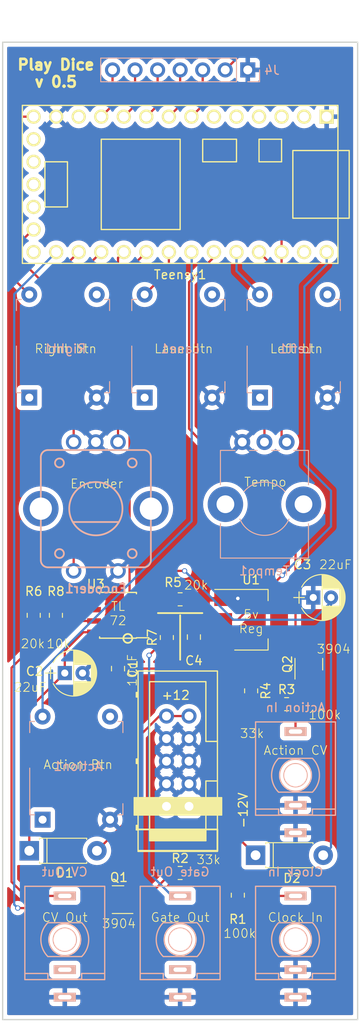
<source format=kicad_pcb>
(kicad_pcb (version 20210824) (generator pcbnew)
  (layers (0 "F.Cu" signal) (31 "B.Cu" signal) (34 "B.Paste" user) (35 "F.Paste" user) (36 "B.SilkS" user "B.Silkscreen") (37 "F.SilkS" user "F.Silkscreen") (38 "B.Mask" user) (39 "F.Mask" user) (44 "Edge.Cuts" user))
  (net 0 "")
  (net 1 "/CLOCK")
  (net 2 "GND")
  (net 3 "/ACTION")
  (net 4 "VCC")
  (net 5 "VEE")
  (net 6 "+5V")
  (net 7 "Net-(J5-Pad3)")
  (net 8 "Net-(J6-Pad3)")
  (net 9 "Net-(R5-Pad2)")
  (net 10 "Net-(R6-Pad2)")
  (net 11 "+3V3")
  (net 12 "/CV")
  (net 13 "/GATE")
  (net 14 "/OLED_D0")
  (net 15 "/OLED_D1")
  (net 16 "/OLED_CS")
  (net 17 "/OLED_RES")
  (net 18 "/OLED_DC")
  (net 19 "/ENC_3")
  (net 20 "/ENC_1")
  (net 21 "/ENC_SW")
  (net 22 "Net-(J1-Pad3)")
  (net 23 "Net-(J3-Pad3)")
  (net 24 "/SPEED")
  (net 25 "/ACTIONCV")
  (net 26 "/LANE")
  (net 27 "/RIGHT")
  (net 28 "/LEFT")
  (net 31 "+12V")
  (net 32 "-12V")
  (net 41 "Net-(Q1-Pad1)")
  (net 42 "Net-(Q2-Pad1)")
  (footprint "Package_TO_SOT_SMD:SOT-23" (layer "F.Cu") (at 116 145.5 180)
    (fp_text reference "Q1" (at -0.1 2.5 180) (layer "F.SilkS"))
    (fp_text value "MMBT3904")
    (pad "1" smd roundrect locked (at -0.9375 -0.95 180) (size 1.475 0.6) (layers "F.Cu" "F.Paste" "F.Mask") (net 41 "Net-(Q1-Pad1)"))
    (pad "2" smd roundrect locked (at -0.9375 0.95 180) (size 1.475 0.6) (layers "F.Cu" "F.Paste" "F.Mask") (net 2 "GND"))
    (pad "3" smd roundrect locked (at 0.9375 0 180) (size 1.475 0.6) (layers "F.Cu" "F.Paste" "F.Mask") (net 1 "/CLOCK"))
  )
  (footprint "Package_TO_SOT_SMD:SOT-23" (layer "F.Cu") (at 137.5 119 90)
    (fp_text reference "Q2" (at 0 -2.4 90) (layer "F.SilkS"))
    (fp_text value "MMBT3904")
    (pad "1" smd roundrect locked (at -0.9375 -0.95 90) (size 1.475 0.6) (layers "F.Cu" "F.Paste" "F.Mask") (net 42 "Net-(Q2-Pad1)"))
    (pad "2" smd roundrect locked (at -0.9375 0.95 90) (size 1.475 0.6) (layers "F.Cu" "F.Paste" "F.Mask") (net 2 "GND"))
    (pad "3" smd roundrect locked (at 0.9375 0 90) (size 1.475 0.6) (layers "F.Cu" "F.Paste" "F.Mask") (net 25 "/ACTIONCV"))
  )
  (footprint "Capacitor_SMD:C_0805_2012Metric_Pad1.18x1.45mm_HandSolder" (layer "F.Cu") (at 116 119.5 -90)
    (fp_text reference "C1" (at 0 -1.68 -90) (layer "F.SilkS"))
    (fp_text value "10uF")
    (pad "1" smd roundrect locked (at -1.0375 0 270) (size 1.175 1.45) (layers "F.Cu" "F.Paste" "F.Mask") (roundrect_rratio 0.212766) (net 4 "VCC"))
    (pad "2" smd roundrect locked (at 1.0375 0 270) (size 1.175 1.45) (layers "F.Cu" "F.Paste" "F.Mask") (roundrect_rratio 0.212766) (net 2 "GND"))
  )
  (footprint "Capacitors_THT:CP_Radial_D5.0mm_P2.00mm" (layer "F.Cu") (at 110 120)
    (fp_text reference "C2" (at -3.4 -0.2 180) (layer "F.SilkS"))
    (fp_text value "22uF")
    (pad "1" thru_hole rect locked (at 0 0) (size 1.6 1.6) (drill 0.8) (layers *.Cu *.Mask) (net 4 "VCC"))
    (pad "2" thru_hole circle locked (at 2 0) (size 1.6 1.6) (drill 0.8) (layers *.Cu *.Mask) (net 2 "GND"))
  )
  (footprint "Capacitors_THT:CP_Radial_D5.0mm_P2.00mm" (layer "F.Cu") (at 138 111.5)
    (fp_text reference "C3" (at -1.2 -3.7) (layer "F.SilkS"))
    (fp_text value "22uF")
    (pad "1" thru_hole rect locked (at 0 0) (size 1.6 1.6) (drill 0.8) (layers *.Cu *.Mask) (net 2 "GND"))
    (pad "2" thru_hole circle locked (at 2 0) (size 1.6 1.6) (drill 0.8) (layers *.Cu *.Mask) (net 5 "VEE"))
  )
  (footprint "Capacitor_SMD:C_0805_2012Metric_Pad1.18x1.45mm_HandSolder" (layer "F.Cu") (at 124.55 115.95 90)
    (fp_text reference "C4" (at -2.65 0 180) (layer "F.SilkS"))
    (fp_text value "10uF")
    (pad "1" smd roundrect locked (at -1.0375 0 90) (size 1.175 1.45) (layers "F.Cu" "F.Paste" "F.Mask") (roundrect_rratio 0.212766) (net 6 "+5V"))
    (pad "2" smd roundrect locked (at 1.0375 0 90) (size 1.175 1.45) (layers "F.Cu" "F.Paste" "F.Mask") (roundrect_rratio 0.212766) (net 2 "GND"))
  )
  (footprint "Diodes_THT:D_DO-41_SOD81_P7.62mm_Horizontal" (layer "F.Cu") (at 106 140)
    (fp_text reference "D1" (at 4 2.5) (layer "F.SilkS"))
    (fp_text value "1N5817")
    (pad "1" thru_hole rect locked (at 0 0) (size 2.2 2.2) (drill 1.1) (layers *.Cu *.Mask) (net 4 "VCC"))
    (pad "2" thru_hole oval locked (at 7.62 0) (size 2.2 2.2) (drill 1.1) (layers *.Cu *.Mask) (net 31 "+12V"))
  )
  (footprint "Diodes_THT:D_DO-41_SOD81_P7.62mm_Horizontal" (layer "F.Cu") (at 131.5 140.5)
    (fp_text reference "D2" (at 4.1 2.6) (layer "F.SilkS"))
    (fp_text value "1N5817")
    (pad "1" thru_hole rect locked (at 0 0) (size 2.2 2.2) (drill 1.1) (layers *.Cu *.Mask) (net 32 "-12V"))
    (pad "2" thru_hole oval locked (at 7.62 0) (size 2.2 2.2) (drill 1.1) (layers *.Cu *.Mask) (net 5 "VEE"))
  )
  (footprint "Custom_Footprints:Eurorack_10_pin_header" (layer "F.Cu") (at 124 135 90)
    (fp_text reference "J2" hide)
    (fp_text value "Eurorack_10_pin_power")
    (fp_text user "-12V" (at -0.45 6.1 270) (layer "F.SilkS"))
    (pad "1" thru_hole rect (at 0 0 90) (size 1.7 1.7) (drill 1) (layers *.Cu *.Mask) (net 32 "-12V"))
    (pad "2" thru_hole circle (at 0 -2.54 90) (size 1.7 1.7) (drill 1) (layers *.Cu *.Mask) (net 32 "-12V"))
    (pad "3" thru_hole circle (at 2.54 0 90) (size 1.7 1.7) (drill 1) (layers *.Cu *.Mask) (net 2 "GND"))
    (pad "4" thru_hole circle (at 2.54 -2.54 90) (size 1.7 1.7) (drill 1) (layers *.Cu *.Mask) (net 2 "GND"))
    (pad "5" thru_hole circle (at 5.08 0 90) (size 1.7 1.7) (drill 1) (layers *.Cu *.Mask) (net 2 "GND"))
    (pad "6" thru_hole circle (at 5.08 -2.54 90) (size 1.7 1.7) (drill 1) (layers *.Cu *.Mask) (net 2 "GND"))
    (pad "7" thru_hole circle (at 7.62 0 90) (size 1.7 1.7) (drill 1) (layers *.Cu *.Mask) (net 2 "GND"))
    (pad "8" thru_hole circle (at 7.62 -2.54 90) (size 1.7 1.7) (drill 1) (layers *.Cu *.Mask) (net 2 "GND"))
    (pad "9" thru_hole circle (at 10.16 0 90) (size 1.7 1.7) (drill 1) (layers *.Cu *.Mask) (net 31 "+12V"))
    (pad "10" thru_hole circle (at 10.16 -2.54 90) (size 1.7 1.7) (drill 1) (layers *.Cu *.Mask) (net 31 "+12V"))
  )
  (footprint "Resistor_SMD:R_0805_2012Metric_Pad1.20x1.40mm_HandSolder" (layer "F.Cu") (at 123 142.5)
    (fp_text reference "R2" (at 0 -1.65) (layer "F.SilkS"))
    (fp_text value "33k")
    (pad "1" smd roundrect locked (at -1 0) (size 1.2 1.4) (layers "F.Cu" "F.Paste" "F.Mask") (roundrect_rratio 0.208333) (net 41 "Net-(Q1-Pad1)"))
    (pad "2" smd roundrect locked (at 1 0) (size 1.2 1.4) (layers "F.Cu" "F.Paste" "F.Mask") (roundrect_rratio 0.208333) (net 2 "GND"))
  )
  (footprint "Resistor_SMD:R_0805_2012Metric_Pad1.20x1.40mm_HandSolder" (layer "F.Cu") (at 135 123.5)
    (fp_text reference "R3" (at 0 -1.65) (layer "F.SilkS"))
    (fp_text value "100k")
    (pad "1" smd roundrect locked (at -1 0) (size 1.2 1.4) (layers "F.Cu" "F.Paste" "F.Mask") (roundrect_rratio 0.208333) (net 42 "Net-(Q2-Pad1)"))
    (pad "2" smd roundrect locked (at 1 0) (size 1.2 1.4) (layers "F.Cu" "F.Paste" "F.Mask") (roundrect_rratio 0.208333) (net 23 "Net-(J3-Pad3)"))
  )
  (footprint "Resistor_SMD:R_0805_2012Metric_Pad1.20x1.40mm_HandSolder" (layer "F.Cu") (at 131 122 -90)
    (fp_text reference "R4" (at 0 -1.65 -90) (layer "F.SilkS"))
    (fp_text value "33k")
    (pad "1" smd roundrect locked (at -1 0 270) (size 1.2 1.4) (layers "F.Cu" "F.Paste" "F.Mask") (roundrect_rratio 0.208333) (net 42 "Net-(Q2-Pad1)"))
    (pad "2" smd roundrect locked (at 1 0 270) (size 1.2 1.4) (layers "F.Cu" "F.Paste" "F.Mask") (roundrect_rratio 0.208333) (net 2 "GND"))
  )
  (footprint "Resistor_SMD:R_0805_2012Metric_Pad1.20x1.40mm_HandSolder" (layer "F.Cu") (at 123 111.7 180)
    (fp_text reference "R5" (at 0.8 1.9 180) (layer "F.SilkS"))
    (fp_text value "20k")
    (pad "1" smd roundrect locked (at -1 0 180) (size 1.2 1.4) (layers "F.Cu" "F.Paste" "F.Mask") (roundrect_rratio 0.208333) (net 2 "GND"))
    (pad "2" smd roundrect locked (at 1 0 180) (size 1.2 1.4) (layers "F.Cu" "F.Paste" "F.Mask") (roundrect_rratio 0.208333) (net 9 "Net-(R5-Pad2)"))
  )
  (footprint "Resistor_SMD:R_0805_2012Metric_Pad1.20x1.40mm_HandSolder" (layer "F.Cu") (at 106.5 113.5 90)
    (fp_text reference "R6" (at 2.7 0 180) (layer "F.SilkS"))
    (fp_text value "20k")
    (pad "1" smd roundrect locked (at -1 0 90) (size 1.2 1.4) (layers "F.Cu" "F.Paste" "F.Mask") (roundrect_rratio 0.208333) (net 2 "GND"))
    (pad "2" smd roundrect locked (at 1 0 90) (size 1.2 1.4) (layers "F.Cu" "F.Paste" "F.Mask") (roundrect_rratio 0.208333) (net 10 "Net-(R6-Pad2)"))
  )
  (footprint "Resistor_SMD:R_0805_2012Metric_Pad1.20x1.40mm_HandSolder" (layer "F.Cu") (at 121.5 116 90)
    (fp_text reference "R7" (at 0 -1.65 90) (layer "F.SilkS"))
    (fp_text value "10k")
    (pad "1" smd roundrect locked (at -1 0 90) (size 1.2 1.4) (layers "F.Cu" "F.Paste" "F.Mask") (roundrect_rratio 0.208333) (net 7 "Net-(J5-Pad3)"))
    (pad "2" smd roundrect locked (at 1 0 90) (size 1.2 1.4) (layers "F.Cu" "F.Paste" "F.Mask") (roundrect_rratio 0.208333) (net 9 "Net-(R5-Pad2)"))
  )
  (footprint "Resistor_SMD:R_0805_2012Metric_Pad1.20x1.40mm_HandSolder" (layer "F.Cu") (at 109 113.5 90)
    (fp_text reference "R8" (at 2.7 0 180) (layer "F.SilkS"))
    (fp_text value "10k")
    (pad "1" smd roundrect locked (at -1 0 90) (size 1.2 1.4) (layers "F.Cu" "F.Paste" "F.Mask") (roundrect_rratio 0.208333) (net 8 "Net-(J6-Pad3)"))
    (pad "2" smd roundrect locked (at 1 0 90) (size 1.2 1.4) (layers "F.Cu" "F.Paste" "F.Mask") (roundrect_rratio 0.208333) (net 10 "Net-(R6-Pad2)"))
  )
  (footprint "TO_SOT_Packages_SMD:SOT-223" (layer "F.Cu") (at 131 114)
    (fp_text reference "U1" (at 0 -4.5) (layer "F.SilkS"))
    (fp_text value "LM1117-5.0")
    (pad "1" smd rect locked (at -3.15 -2.3) (size 2 1.5) (layers "F.Cu" "F.Paste" "F.Mask") (net 2 "GND"))
    (pad "2" smd rect locked (at -3.15 0) (size 2 1.5) (layers "F.Cu" "F.Paste" "F.Mask") (net 6 "+5V"))
    (pad "3" smd rect locked (at -3.15 2.3) (size 2 1.5) (layers "F.Cu" "F.Paste" "F.Mask") (net 4 "VCC"))
    (pad "4" smd rect locked (at 3.15 0) (size 2 3.8) (layers "F.Cu" "F.Paste" "F.Mask"))
  )
  (footprint "PlayDice:Teensy30_31_32_LC" (layer "F.Cu") (at 123 65 180)
    (fp_text reference "Teensy1" (at 0 -10.16 180) (layer "F.SilkS"))
    (fp_text value "Teensy3.2")
    (pad "1" thru_hole rect locked (at -16.51 7.62 180) (size 1.6 1.6) (drill 1.1) (layers *.Cu *.Mask "F.SilkS") (net 2 "GND"))
    (pad "2" thru_hole circle locked (at -13.97 7.62 180) (size 1.6 1.6) (drill 1.1) (layers *.Cu *.Mask "F.SilkS"))
    (pad "3" thru_hole circle locked (at -11.43 7.62 180) (size 1.6 1.6) (drill 1.1) (layers *.Cu *.Mask "F.SilkS"))
    (pad "4" thru_hole circle locked (at -8.89 7.62 180) (size 1.6 1.6) (drill 1.1) (layers *.Cu *.Mask "F.SilkS"))
    (pad "5" thru_hole circle locked (at -6.35 7.62 180) (size 1.6 1.6) (drill 1.1) (layers *.Cu *.Mask "F.SilkS"))
    (pad "6" thru_hole circle locked (at -3.81 7.62 180) (size 1.6 1.6) (drill 1.1) (layers *.Cu *.Mask "F.SilkS"))
    (pad "7" thru_hole circle locked (at -1.27 7.62 180) (size 1.6 1.6) (drill 1.1) (layers *.Cu *.Mask "F.SilkS") (net 14 "/OLED_D0"))
    (pad "8" thru_hole circle locked (at 1.27 7.62 180) (size 1.6 1.6) (drill 1.1) (layers *.Cu *.Mask "F.SilkS") (net 15 "/OLED_D1"))
    (pad "9" thru_hole circle locked (at 3.81 7.62 180) (size 1.6 1.6) (drill 1.1) (layers *.Cu *.Mask "F.SilkS") (net 17 "/OLED_RES"))
    (pad "10" thru_hole circle locked (at 6.35 7.62 180) (size 1.6 1.6) (drill 1.1) (layers *.Cu *.Mask "F.SilkS") (net 18 "/OLED_DC"))
    (pad "11" thru_hole circle locked (at 8.89 7.62 180) (size 1.6 1.6) (drill 1.1) (layers *.Cu *.Mask "F.SilkS") (net 16 "/OLED_CS"))
    (pad "12" thru_hole circle locked (at 11.43 7.62 180) (size 1.6 1.6) (drill 1.1) (layers *.Cu *.Mask "F.SilkS"))
    (pad "13" thru_hole circle locked (at 13.97 7.62 180) (size 1.6 1.6) (drill 1.1) (layers *.Cu *.Mask "F.SilkS") (net 2 "GND"))
    (pad "14" thru_hole circle locked (at 16.51 7.62 180) (size 1.6 1.6) (drill 1.1) (layers *.Cu *.Mask "F.SilkS") (net 27 "/RIGHT"))
    (pad "15" thru_hole circle locked (at 16.51 5.08 180) (size 1.6 1.6) (drill 1.1) (layers *.Cu *.Mask "F.SilkS"))
    (pad "16" thru_hole circle locked (at 16.51 2.54 180) (size 1.6 1.6) (drill 1.1) (layers *.Cu *.Mask "F.SilkS"))
    (pad "17" thru_hole circle locked (at 16.51 0 180) (size 1.6 1.6) (drill 1.1) (layers *.Cu *.Mask "F.SilkS"))
    (pad "18" thru_hole circle locked (at 16.51 -2.54 180) (size 1.6 1.6) (drill 1.1) (layers *.Cu *.Mask "F.SilkS"))
    (pad "19" thru_hole circle locked (at 16.51 -5.08 180) (size 1.6 1.6) (drill 1.1) (layers *.Cu *.Mask "F.SilkS") (net 12 "/CV"))
    (pad "20" thru_hole circle locked (at 16.51 -7.62 180) (size 1.6 1.6) (drill 1.1) (layers *.Cu *.Mask "F.SilkS"))
    (pad "21" thru_hole circle locked (at 13.97 -7.62 180) (size 1.6 1.6) (drill 1.1) (layers *.Cu *.Mask "F.SilkS") (net 1 "/CLOCK"))
    (pad "22" thru_hole circle locked (at 11.43 -7.62 180) (size 1.6 1.6) (drill 1.1) (layers *.Cu *.Mask "F.SilkS") (net 21 "/ENC_SW"))
    (pad "23" thru_hole circle locked (at 8.89 -7.62 180) (size 1.6 1.6) (drill 1.1) (layers *.Cu *.Mask "F.SilkS") (net 20 "/ENC_1"))
    (pad "24" thru_hole circle locked (at 6.35 -7.62 180) (size 1.6 1.6) (drill 1.1) (layers *.Cu *.Mask "F.SilkS") (net 19 "/ENC_3"))
    (pad "25" thru_hole circle locked (at 3.81 -7.62 180) (size 1.6 1.6) (drill 1.1) (layers *.Cu *.Mask "F.SilkS") (net 13 "/GATE"))
    (pad "26" thru_hole circle locked (at 1.27 -7.62 180) (size 1.6 1.6) (drill 1.1) (layers *.Cu *.Mask "F.SilkS") (net 26 "/LANE"))
    (pad "27" thru_hole circle locked (at -1.27 -7.62 180) (size 1.6 1.6) (drill 1.1) (layers *.Cu *.Mask "F.SilkS") (net 3 "/ACTION"))
    (pad "28" thru_hole circle locked (at -3.81 -7.62 180) (size 1.6 1.6) (drill 1.1) (layers *.Cu *.Mask "F.SilkS") (net 25 "/ACTIONCV"))
    (pad "29" thru_hole circle locked (at -6.35 -7.62 180) (size 1.6 1.6) (drill 1.1) (layers *.Cu *.Mask "F.SilkS") (net 28 "/LEFT"))
    (pad "30" thru_hole circle locked (at -8.89 -7.62 180) (size 1.6 1.6) (drill 1.1) (layers *.Cu *.Mask "F.SilkS") (net 24 "/SPEED"))
    (pad "31" thru_hole circle locked (at -11.43 -7.62 180) (size 1.6 1.6) (drill 1.1) (layers *.Cu *.Mask "F.SilkS") (net 11 "+3V3"))
    (pad "32" thru_hole circle locked (at -13.97 -7.62 180) (size 1.6 1.6) (drill 1.1) (layers *.Cu *.Mask "F.SilkS"))
    (pad "33" thru_hole circle locked (at -16.51 -7.62 180) (size 1.6 1.6) (drill 1.1) (layers *.Cu *.Mask "F.SilkS") (net 6 "+5V"))
  )
  (footprint "Housings_SOIC:SOIC-8_3.9x4.9mm_Pitch1.27mm" (layer "F.Cu") (at 116 113.5 180)
    (fp_text reference "U3" (at 2.5 3.5 180) (layer "F.SilkS"))
    (fp_text value "TL072")
    (pad "1" smd rect locked (at -2.7 -1.905 180) (size 1.55 0.6) (layers "F.Cu" "F.Paste" "F.Mask") (net 7 "Net-(J5-Pad3)"))
    (pad "2" smd rect locked (at -2.7 -0.635 180) (size 1.55 0.6) (layers "F.Cu" "F.Paste" "F.Mask") (net 9 "Net-(R5-Pad2)"))
    (pad "3" smd rect locked (at -2.7 0.635 180) (size 1.55 0.6) (layers "F.Cu" "F.Paste" "F.Mask") (net 13 "/GATE"))
    (pad "4" smd rect locked (at -2.7 1.905 180) (size 1.55 0.6) (layers "F.Cu" "F.Paste" "F.Mask") (net 5 "VEE"))
    (pad "5" smd rect locked (at 2.7 1.905 180) (size 1.55 0.6) (layers "F.Cu" "F.Paste" "F.Mask") (net 12 "/CV"))
    (pad "6" smd rect locked (at 2.7 0.635 180) (size 1.55 0.6) (layers "F.Cu" "F.Paste" "F.Mask") (net 10 "Net-(R6-Pad2)"))
    (pad "7" smd rect locked (at 2.7 -0.635 180) (size 1.55 0.6) (layers "F.Cu" "F.Paste" "F.Mask") (net 8 "Net-(J6-Pad3)"))
    (pad "8" smd rect locked (at 2.7 -1.905 180) (size 1.55 0.6) (layers "F.Cu" "F.Paste" "F.Mask") (net 4 "VCC"))
  )
  (footprint "Resistor_SMD:R_0805_2012Metric_Pad1.20x1.40mm_HandSolder" (layer "F.Cu") (at 129.5 145 90)
    (fp_text reference "R1" (at -2.7 0 180) (layer "F.SilkS"))
    (fp_text value "100k")
    (pad "1" smd roundrect locked (at -1 0 90) (size 1.2 1.4) (layers "F.Cu" "F.Paste" "F.Mask") (roundrect_rratio 0.208333) (net 41 "Net-(Q1-Pad1)"))
    (pad "2" smd roundrect locked (at 1 0 90) (size 1.2 1.4) (layers "F.Cu" "F.Paste" "F.Mask") (roundrect_rratio 0.208333) (net 22 "Net-(J1-Pad3)"))
  )
  (footprint "Custom_Footprints:THONKICONN_hole" (layer "B.Cu") (at 136 150 180)
    (fp_text reference "J1" hide)
    (fp_text value "Clock In" (at 0 7.62) (layer "B.SilkS") (effects (justify mirror)))
    (pad "" np_thru_hole circle (at 0 0 180) (size 2.5 2.5) (drill 2.5) (layers *.Cu *.Mask))
    (pad "1" thru_hole rect (at 0 -6.48 180) (size 2.5 1) (drill oval 1.5 0.5) (layers *.Cu *.Mask "B.SilkS") (net 2 "GND"))
    (pad "2" thru_hole rect (at 0 -3.38 180) (size 2.5 1) (drill oval 1.5 0.5) (layers *.Cu *.Mask "B.SilkS") (net 2 "GND"))
    (pad "3" thru_hole rect (at 0 4.92 180) (size 2.5 1) (drill oval 1.5 0.5) (layers *.Cu *.Mask "B.SilkS") (net 22 "Net-(J1-Pad3)"))
  )
  (footprint "Custom_Footprints:THONKICONN_hole" (layer "B.Cu") (at 136 131.5 180)
    (fp_text reference "J3" hide)
    (fp_text value "Action In" (at 0 7.62) (layer "B.SilkS") (effects (justify mirror)))
    (pad "" np_thru_hole circle (at 0 0 180) (size 2.5 2.5) (drill 2.5) (layers *.Cu *.Mask))
    (pad "1" thru_hole rect (at 0 -6.48 180) (size 2.5 1) (drill oval 1.5 0.5) (layers *.Cu *.Mask "B.SilkS") (net 2 "GND"))
    (pad "2" thru_hole rect (at 0 -3.38 180) (size 2.5 1) (drill oval 1.5 0.5) (layers *.Cu *.Mask "B.SilkS") (net 2 "GND"))
    (pad "3" thru_hole rect (at 0 4.92 180) (size 2.5 1) (drill oval 1.5 0.5) (layers *.Cu *.Mask "B.SilkS") (net 23 "Net-(J3-Pad3)"))
  )
  (footprint "PlayDice:OLED_7_Pin_Connector" (layer "B.Cu") (at 123 44.5 180)
    (fp_text reference "J4" (at -10.35 -7.65 180) (layer "B.SilkS") (effects (justify mirror)))
    (fp_text value "OLED")
    (pad "1" thru_hole rect locked (at -7.62 -7.62 90) (size 1.7 1.7) (drill 1) (layers *.Cu *.Mask) (net 2 "GND"))
    (pad "2" thru_hole oval locked (at -5.08 -7.62 90) (size 1.7 1.7) (drill 1) (layers *.Cu *.Mask) (net 11 "+3V3"))
    (pad "3" thru_hole oval locked (at -2.54 -7.62 90) (size 1.7 1.7) (drill 1) (layers *.Cu *.Mask) (net 14 "/OLED_D0"))
    (pad "4" thru_hole oval locked (at 0 -7.62 90) (size 1.7 1.7) (drill 1) (layers *.Cu *.Mask) (net 15 "/OLED_D1"))
    (pad "5" thru_hole oval locked (at 2.54 -7.62 90) (size 1.7 1.7) (drill 1) (layers *.Cu *.Mask) (net 17 "/OLED_RES"))
    (pad "6" thru_hole oval locked (at 5.08 -7.62 90) (size 1.7 1.7) (drill 1) (layers *.Cu *.Mask) (net 18 "/OLED_DC"))
    (pad "7" thru_hole oval locked (at 7.62 -7.62 90) (size 1.7 1.7) (drill 1) (layers *.Cu *.Mask) (net 16 "/OLED_CS"))
  )
  (footprint "Custom_Footprints:THONKICONN_hole" (layer "B.Cu") (at 123 150 180)
    (fp_text reference "J5" hide)
    (fp_text value "Gate Out" (at 0 7.62) (layer "B.SilkS") (effects (justify mirror)))
    (pad "" np_thru_hole circle (at 0 0 180) (size 2.5 2.5) (drill 2.5) (layers *.Cu *.Mask))
    (pad "1" thru_hole rect (at 0 -6.48 180) (size 2.5 1) (drill oval 1.5 0.5) (layers *.Cu *.Mask "B.SilkS") (net 2 "GND"))
    (pad "2" thru_hole rect (at 0 -3.38 180) (size 2.5 1) (drill oval 1.5 0.5) (layers *.Cu *.Mask "B.SilkS"))
    (pad "3" thru_hole rect (at 0 4.92 180) (size 2.5 1) (drill oval 1.5 0.5) (layers *.Cu *.Mask "B.SilkS") (net 7 "Net-(J5-Pad3)"))
  )
  (footprint "Custom_Footprints:THONKICONN_hole" (layer "B.Cu") (at 110 150 180)
    (fp_text reference "J6" hide)
    (fp_text value "CV Out" (at 0 7.62) (layer "B.SilkS") (effects (justify mirror)))
    (pad "" np_thru_hole circle (at 0 0 180) (size 2.5 2.5) (drill 2.5) (layers *.Cu *.Mask))
    (pad "1" thru_hole rect (at 0 -6.48 180) (size 2.5 1) (drill oval 1.5 0.5) (layers *.Cu *.Mask "B.SilkS") (net 2 "GND"))
    (pad "2" thru_hole rect (at 0 -3.38 180) (size 2.5 1) (drill oval 1.5 0.5) (layers *.Cu *.Mask "B.SilkS"))
    (pad "3" thru_hole rect (at 0 4.92 180) (size 2.5 1) (drill oval 1.5 0.5) (layers *.Cu *.Mask "B.SilkS") (net 8 "Net-(J6-Pad3)"))
  )
  (footprint "Potentiometers:Potentiometer_Alps_RK09K_Horizontal" (layer "B.Cu") (at 135 94 -90)
    (fp_text reference "Tempo1" (at 14.5 2.5) (layer "B.SilkS") (effects (justify mirror)))
    (fp_text value "B10K")
    (pad "" np_thru_hole circle locked (at 7 6.9 270) (size 4 4) (drill 2) (layers *.Cu *.Mask))
    (pad "" np_thru_hole circle locked (at 7 -1.9 270) (size 4 4) (drill 2) (layers *.Cu *.Mask))
    (pad "1" thru_hole circle locked (at 0 0 270) (size 1.8 1.8) (drill 1) (layers *.Cu *.Mask) (net 11 "+3V3"))
    (pad "2" thru_hole circle locked (at 0 2.5 270) (size 1.8 1.8) (drill 1) (layers *.Cu *.Mask) (net 24 "/SPEED"))
    (pad "3" thru_hole circle locked (at 0 5 270) (size 1.8 1.8) (drill 1) (layers *.Cu *.Mask) (net 2 "GND"))
  )
  (footprint "Buttons_Switches_THT:SW_MEC_5GTH9" (layer "B.Cu") (at 107.5 136.5)
    (fp_text reference "Action1" (at 4 -6) (layer "B.SilkS") (effects (justify mirror)))
    (fp_text value "Action Button")
    (pad "1" thru_hole rect locked (at 0 0 270) (size 1.8 1.8) (drill 0.9) (layers *.Cu *.Mask))
    (pad "2" thru_hole circle locked (at 0 -11.6 270) (size 1.8 1.8) (drill 0.9) (layers *.Cu *.Mask) (net 3 "/ACTION"))
    (pad "3" thru_hole circle locked (at 7.6 0 270) (size 1.8 1.8) (drill 0.9) (layers *.Cu *.Mask) (net 2 "GND"))
    (pad "4" thru_hole circle locked (at 7.6 -11.6 270) (size 1.8 1.8) (drill 0.9) (layers *.Cu *.Mask))
  )
  (footprint "Buttons_Switches_THT:SW_MEC_5GTH9" (layer "B.Cu") (at 119 89)
    (fp_text reference "Lane1" (at 4 -5.5) (layer "B.SilkS") (effects (justify mirror)))
    (fp_text value "Lane Button")
    (pad "1" thru_hole rect locked (at 0 0 270) (size 1.8 1.8) (drill 0.9) (layers *.Cu *.Mask))
    (pad "2" thru_hole circle locked (at 0 -11.6 270) (size 1.8 1.8) (drill 0.9) (layers *.Cu *.Mask) (net 26 "/LANE"))
    (pad "3" thru_hole circle locked (at 7.6 0 270) (size 1.8 1.8) (drill 0.9) (layers *.Cu *.Mask) (net 2 "GND"))
    (pad "4" thru_hole circle locked (at 7.6 -11.6 270) (size 1.8 1.8) (drill 0.9) (layers *.Cu *.Mask))
  )
  (footprint "Buttons_Switches_THT:SW_MEC_5GTH9" (layer "B.Cu") (at 106 89)
    (fp_text reference "Right1" (at 4 -5.5) (layer "B.SilkS") (effects (justify mirror)))
    (fp_text value "Right Button")
    (pad "1" thru_hole rect locked (at 0 0 270) (size 1.8 1.8) (drill 0.9) (layers *.Cu *.Mask))
    (pad "2" thru_hole circle locked (at 0 -11.6 270) (size 1.8 1.8) (drill 0.9) (layers *.Cu *.Mask) (net 27 "/RIGHT"))
    (pad "3" thru_hole circle locked (at 7.6 0 270) (size 1.8 1.8) (drill 0.9) (layers *.Cu *.Mask) (net 2 "GND"))
    (pad "4" thru_hole circle locked (at 7.6 -11.6 270) (size 1.8 1.8) (drill 0.9) (layers *.Cu *.Mask))
  )
  (footprint "Buttons_Switches_THT:SW_MEC_5GTH9" (layer "B.Cu") (at 132 89)
    (fp_text reference "Left1" (at 4 -5.5) (layer "B.SilkS") (effects (justify mirror)))
    (fp_text value "Left Button")
    (pad "1" thru_hole rect locked (at 0 0 270) (size 1.8 1.8) (drill 0.9) (layers *.Cu *.Mask))
    (pad "2" thru_hole circle locked (at 0 -11.6 270) (size 1.8 1.8) (drill 0.9) (layers *.Cu *.Mask) (net 28 "/LEFT"))
    (pad "3" thru_hole circle locked (at 7.6 0 270) (size 1.8 1.8) (drill 0.9) (layers *.Cu *.Mask) (net 2 "GND"))
    (pad "4" thru_hole circle locked (at 7.6 -11.6 270) (size 1.8 1.8) (drill 0.9) (layers *.Cu *.Mask))
  )
  (footprint "PlayDice:Rotary_Encoder_Switch" (layer "B.Cu") (at 113.5 101.5)
    (fp_text reference "Encoder1" (at 0 9) (layer "B.SilkS") (effects (font (thickness 0.2)) (justify mirror)))
    (fp_text value "Rotary_Encoder_Switch" hide)
    (pad "1" thru_hole circle locked (at -2.5 -7.5) (size 1.75 1.75) (drill 1.1) (layers *.Cu *.Mask) (net 20 "/ENC_1"))
    (pad "2" thru_hole circle locked (at 0 -7.5) (size 1.75 1.75) (drill 1.1) (layers *.Cu *.Mask) (net 2 "GND"))
    (pad "3" thru_hole circle locked (at 2.5 -7.5) (size 1.75 1.75) (drill 1.1) (layers *.Cu *.Mask) (net 19 "/ENC_3"))
    (pad "4" thru_hole circle locked (at -2.5 7) (size 1.75 1.75) (drill 1.1) (layers *.Cu *.Mask) (net 21 "/ENC_SW"))
    (pad "5" thru_hole circle locked (at 2.5 7) (size 1.75 1.75) (drill 1.1) (layers *.Cu *.Mask) (net 2 "GND"))
    (pad "body" thru_hole oval locked (at 6.2 0) (size 4 4) (drill 2.5) (layers *.Cu *.Mask))
    (pad "body" thru_hole oval locked (at -6.2 0) (size 4 4) (drill 2.5) (layers *.Cu *.Mask))
  )
  (gr_line (start 127.2 137.6) (end 127.2 140) (angle 90) (layer "F.SilkS") (width 0.2))
  (gr_line (start 127.2 140) (end 118.3 140) (angle 90) (layer "F.SilkS") (width 0.2))
  (gr_line (start 123 113.5) (end 123 118) (angle 90) (layer "F.SilkS") (width 0.2))
  (gr_line (start 118.3 137.6) (end 127.2 137.6) (angle 90) (layer "F.SilkS") (width 0.2))
  (gr_circle (center 117.1 116.1) (end 117.6 116.1) (layer "F.SilkS") (width 0.2) (fill none))
  (gr_line (start 120.5 113.25) (end 125.5 113.25) (angle 90) (layer "F.SilkS") (width 0.2))
  (gr_line (start 123 118.5) (end 123 117.5) (angle 90) (layer "F.SilkS") (width 0.2))
  (gr_line (start 143 49) (end 143 159) (angle 90) (layer "Edge.Cuts") (width 0.15))
  (gr_line (start 103 159) (end 103 49) (angle 90) (layer "Edge.Cuts") (width 0.15))
  (gr_line (start 143 159) (end 103 159) (angle 90) (layer "Edge.Cuts") (width 0.15))
  (gr_line (start 103 49) (end 143 49) (angle 90) (layer "Edge.Cuts") (width 0.15))
  (gr_text "Right btn" (at 110.1 83.5) (layer "F.SilkS") (effects (font (size 1 1) (thickness 0.1))))
  (gr_text "CV Out" (at 110 147.5) (layer "F.SilkS") (effects (font (size 1 1) (thickness 0.1))))
  (gr_text "Lane btn" (at 123.4 83.5) (layer "F.SilkS") (effects (font (size 1 1) (thickness 0.1))))
  (gr_text "Gate Out" (at 123 147.5) (layer "F.SilkS") (effects (font (size 1 1) (thickness 0.1))))
  (gr_text "20k" (at 124.8 110.1) (layer "F.SilkS") (effects (font (size 1 1) (thickness 0.1))))
  (gr_text "22uF" (at 140.5 107.8) (layer "F.SilkS") (effects (font (size 1 1) (thickness 0.1))))
  (gr_text "Left btn" (at 136.1 83.5) (layer "F.SilkS") (effects (font (size 1 1) (thickness 0.1))))
  (gr_text "Tempo" (at 132.6 98.5) (layer "F.SilkS") (effects (font (size 1 1) (thickness 0.1))))
  (gr_text "100k" (at 139.3 124.7) (layer "F.SilkS") (effects (font (size 1 1) (thickness 0.1))))
  (gr_text "10k" (at 109.3 116.7) (layer "F.SilkS") (effects (font (size 1 1) (thickness 0.1))))
  (gr_text "20k" (at 106.4 116.7) (layer "F.SilkS") (effects (font (size 1 1) (thickness 0.1))))
  (gr_text "Action CV" (at 136 128.7) (layer "F.SilkS") (effects (font (size 1 1) (thickness 0.1))))
  (gr_text "10uF" (at 117.6 119.7 90) (layer "F.SilkS") (effects (font (size 1 1) (thickness 0.1))))
  (gr_text "Action Btn" (at 111.5 130.3) (layer "F.SilkS") (effects (font (size 1 1) (thickness 0.1))))
  (gr_text "Encoder" (at 113.6 98.7) (layer "F.SilkS") (effects (font (size 1 1) (thickness 0.1))))
  (gr_text "5v\nReg" (at 131 114.2) (layer "F.SilkS") (effects (font (size 1 1) (thickness 0.1))))
  (gr_text "33k" (at 131.1 126.8) (layer "F.SilkS") (effects (font (size 1 1) (thickness 0.1))))
  (gr_text "100k" (at 129.7 149.3) (layer "F.SilkS") (effects (font (size 1 1) (thickness 0.1))))
  (gr_text "Clock In" (at 136 147.5) (layer "F.SilkS") (effects (font (size 1 1) (thickness 0.1))))
  (gr_text "3904" (at 116.1 148.2) (layer "F.SilkS") (effects (font (size 1 1) (thickness 0.1))))
  (gr_text "Play Dice\nv 0.5" (at 109 52.5) (layer "F.SilkS") (effects (font (size 1.2 1.2) (thickness 0.3))))
  (gr_text "3904" (at 140.3 117.3) (layer "F.SilkS") (effects (font (size 1 1) (thickness 0.1))))
  (gr_text "33k" (at 126.2 141) (layer "F.SilkS") (effects (font (size 1 1) (thickness 0.1))))
  (gr_text "TL\n72" (at 116 113.3) (layer "F.SilkS") (effects (font (size 1 1) (thickness 0.1))))
  (gr_text "22uF" (at 106.1 121.6) (layer "F.SilkS") (effects (font (size 1 1) (thickness 0.1))))
  (gr_text "+12" (at 122.5 122.5) (layer "F.SilkS") (effects (font (size 1 1))))
  (segment (start 113.55 146.45) (end 114.5 145.5) (width 0.25) (layer "F.Cu") (net 1))
  (segment (start 104.7 146.45) (end 113.55 146.45) (width 0.25) (layer "F.Cu") (net 1))
  (via (at 104.7 146.45) (size 0.6) (drill 0.4) (layers "F.Cu" "B.Cu") (net 1))
  (segment (start 104.3 77.35) (end 104.3 146.05) (width 0.25) (layer "B.Cu") (net 1))
  (segment (start 104.3 146.05) (end 104.7 146.45) (width 0.25) (layer "B.Cu") (net 1))
  (segment (start 109.03 72.62) (end 104.3 77.35) (width 0.25) (layer "B.Cu") (net 1))
  (segment (start 129.5 111.6) (end 127.9 111.6) (width 0.25) (layer "F.Cu") (net 2))
  (via (at 129.5 111.6) (size 0.6) (drill 0.4) (layers "F.Cu" "B.Cu") (net 2))
  (segment (start 129.6 111.5) (end 138 111.5) (width 0.25) (layer "B.Cu") (net 2))
  (segment (start 129.5 111.6) (end 129.6 111.5) (width 0.25) (layer "B.Cu") (net 2))
  (segment (start 124.3 102.9) (end 124.3 72.65) (width 0.25) (layer "B.Cu") (net 3))
  (segment (start 107.5 119.7) (end 124.3 102.9) (width 0.25) (layer "B.Cu") (net 3))
  (segment (start 124.3 72.65) (end 124.27 72.62) (width 0.25) (layer "B.Cu") (net 3))
  (segment (start 107.5 124.9) (end 107.5 119.7) (width 0.25) (layer "B.Cu") (net 3))
  (segment (start 113.3 115.55) (end 115.75 118) (width 0.25) (layer "F.Cu") (net 4))
  (segment (start 112.095 115.405) (end 110 117.5) (width 0.25) (layer "F.Cu") (net 4))
  (segment (start 110 117.5) (end 110 120) (width 0.25) (layer "F.Cu") (net 4))
  (segment (start 127.85 116.65) (end 125 119.5) (width 0.25) (layer "F.Cu") (net 4))
  (segment (start 125 119.5) (end 117.25 119.5) (width 0.25) (layer "F.Cu") (net 4))
  (segment (start 117.25 119.5) (end 116 118.25) (width 0.25) (layer "F.Cu") (net 4))
  (segment (start 106 124) (end 110 120) (width 0.25) (layer "F.Cu") (net 4))
  (segment (start 106 140) (end 106 124) (width 0.25) (layer "F.Cu") (net 4))
  (segment (start 113.3 115.405) (end 112.095 115.405) (width 0.25) (layer "F.Cu") (net 4))
  (segment (start 123.5 108.5) (end 122 108.5) (width 0.25) (layer "F.Cu") (net 5))
  (segment (start 122 108.5) (end 118.905 111.595) (width 0.25) (layer "F.Cu") (net 5))
  (via (at 123.5 108.5) (size 0.6) (drill 0.4) (layers "F.Cu" "B.Cu") (net 5))
  (segment (start 140 139.62) (end 139.12 140.5) (width 0.25) (layer "B.Cu") (net 5))
  (segment (start 140 112) (end 138 114) (width 0.25) (layer "B.Cu") (net 5))
  (segment (start 138 114) (end 129 114) (width 0.25) (layer "B.Cu") (net 5))
  (segment (start 129 114) (end 123.5 108.5) (width 0.25) (layer "B.Cu") (net 5))
  (segment (start 140 111.5) (end 140 139.62) (width 0.25) (layer "B.Cu") (net 5))
  (segment (start 134.5 109) (end 129.5 114) (width 0.25) (layer "F.Cu") (net 6))
  (segment (start 129.5 114) (end 127.85 114) (width 0.25) (layer "F.Cu") (net 6))
  (segment (start 124.55 116.9875) (end 127.5375 114) (width 0.25) (layer "F.Cu") (net 6))
  (via (at 134.5 109) (size 0.6) (drill 0.4) (layers "F.Cu" "B.Cu") (net 6))
  (segment (start 139.51 73.99) (end 137 76.5) (width 0.25) (layer "B.Cu") (net 6))
  (segment (start 137 76.5) (end 137 96.5) (width 0.25) (layer "B.Cu") (net 6))
  (segment (start 137 96.5) (end 140 99.5) (width 0.25) (layer "B.Cu") (net 6))
  (segment (start 140 99.5) (end 140 103.5) (width 0.25) (layer "B.Cu") (net 6))
  (segment (start 140 103.5) (end 134.5 109) (width 0.25) (layer "B.Cu") (net 6))
  (segment (start 139.51 72.62) (end 139.51 73.99) (width 0.25) (layer "B.Cu") (net 6))
  (segment (start 120.5 117) (end 119.5 118) (width 0.25) (layer "F.Cu") (net 7))
  (segment (start 118.7 115.405) (end 120.295 117) (width 0.25) (layer "F.Cu") (net 7))
  (segment (start 120.295 117) (end 121.5 117) (width 0.25) (layer "F.Cu") (net 7))
  (via (at 119.5 118) (size 0.6) (drill 0.4) (layers "F.Cu" "B.Cu") (net 7))
  (segment (start 119.5 118) (end 119.5 142.5) (width 0.25) (layer "B.Cu") (net 7))
  (segment (start 119.5 142.5) (end 122.08 145.08) (width 0.25) (layer "B.Cu") (net 7))
  (segment (start 109.365 114.135) (end 113.3 114.135) (width 0.25) (layer "F.Cu") (net 8))
  (segment (start 105.58 145.08) (end 110 145.08) (width 0.25) (layer "F.Cu") (net 8))
  (segment (start 104 143.5) (end 105.58 145.08) (width 0.25) (layer "F.Cu") (net 8))
  (segment (start 104 119.4) (end 104 143.5) (width 0.25) (layer "F.Cu") (net 8))
  (segment (start 108.9 114.5) (end 104 119.4) (width 0.25) (layer "F.Cu") (net 8))
  (segment (start 109 114.5) (end 108.9 114.5) (width 0.25) (layer "F.Cu") (net 8))
  (segment (start 120.635 114.135) (end 121.5 115) (width 0.25) (layer "F.Cu") (net 9))
  (segment (start 122 111.7) (end 122 114.5) (width 0.25) (layer "F.Cu") (net 9))
  (segment (start 118.7 114.135) (end 120.635 114.135) (width 0.25) (layer "F.Cu") (net 9))
  (segment (start 122 114.5) (end 121.5 115) (width 0.25) (layer "F.Cu") (net 9))
  (segment (start 109.365 112.865) (end 113.3 112.865) (width 0.25) (layer "F.Cu") (net 10))
  (segment (start 109 112.5) (end 106.5 112.5) (width 0.25) (layer "F.Cu") (net 10))
  (segment (start 134.43 66.57) (end 141.5 59) (width 0.25) (layer "F.Cu") (net 11))
  (segment (start 141.5 52.5) (end 139.5 50.5) (width 0.25) (layer "F.Cu") (net 11))
  (segment (start 139.5 50.5) (end 129.7 50.5) (width 0.25) (layer "F.Cu") (net 11))
  (segment (start 129.7 50.5) (end 128.08 52.12) (width 0.25) (layer "F.Cu") (net 11))
  (segment (start 134.43 72.62) (end 134.43 94.43) (width 0.25) (layer "F.Cu") (net 11))
  (segment (start 134.43 72.62) (end 134.43 66.57) (width 0.25) (layer "F.Cu") (net 11))
  (segment (start 141.5 59) (end 141.5 52.5) (width 0.25) (layer "F.Cu") (net 11))
  (segment (start 104.950002 71.549998) (end 104.950002 73.450002) (width 0.25) (layer "F.Cu") (net 12))
  (segment (start 111.595 111.595) (end 113.3 111.595) (width 0.25) (layer "F.Cu") (net 12))
  (segment (start 109 109) (end 111.595 111.595) (width 0.25) (layer "F.Cu") (net 12))
  (segment (start 108.3 76.8) (end 108.3 96.3) (width 0.25) (layer "F.Cu") (net 12))
  (segment (start 104.950002 73.450002) (end 108.3 76.8) (width 0.25) (layer "F.Cu") (net 12))
  (segment (start 108.3 96.3) (end 110 98) (width 0.25) (layer "F.Cu") (net 12))
  (segment (start 109 108) (end 109 109) (width 0.25) (layer "F.Cu") (net 12))
  (segment (start 106.42 70.08) (end 104.950002 71.549998) (width 0.25) (layer "F.Cu") (net 12))
  (segment (start 110 107) (end 109 108) (width 0.25) (layer "F.Cu") (net 12))
  (segment (start 110 98) (end 110 107) (width 0.25) (layer "F.Cu") (net 12))
  (segment (start 117 74.81) (end 119.19 72.62) (width 0.25) (layer "F.Cu") (net 13))
  (segment (start 118.065 112.865) (end 117.3 112.1) (width 0.25) (layer "F.Cu") (net 13))
  (segment (start 117.3 112.1) (end 117.3 92.8) (width 0.25) (layer "F.Cu") (net 13))
  (segment (start 118.7 112.865) (end 118.065 112.865) (width 0.25) (layer "F.Cu") (net 13))
  (segment (start 117.3 92.8) (end 117 92.5) (width 0.25) (layer "F.Cu") (net 13))
  (segment (start 117 92.5) (end 117 74.81) (width 0.25) (layer "F.Cu") (net 13))
  (segment (start 125.54 56.11) (end 124.27 57.38) (width 0.25) (layer "F.Cu") (net 14))
  (segment (start 125.54 52.12) (end 125.54 56.11) (width 0.25) (layer "F.Cu") (net 14))
  (segment (start 123 56.11) (end 121.73 57.38) (width 0.25) (layer "F.Cu") (net 15))
  (segment (start 123 52.12) (end 123 56.11) (width 0.25) (layer "F.Cu") (net 15))
  (segment (start 115.38 56.11) (end 114.11 57.38) (width 0.25) (layer "F.Cu") (net 16))
  (segment (start 115.38 52.12) (end 115.38 56.11) (width 0.25) (layer "F.Cu") (net 16))
  (segment (start 120.46 56.11) (end 119.19 57.38) (width 0.25) (layer "F.Cu") (net 17))
  (segment (start 120.46 52.12) (end 120.46 56.11) (width 0.25) (layer "F.Cu") (net 17))
  (segment (start 117.92 56.11) (end 116.65 57.38) (width 0.25) (layer "F.Cu") (net 18))
  (segment (start 117.92 52.12) (end 117.92 56.11) (width 0.25) (layer "F.Cu") (net 18))
  (segment (start 116.65 72.62) (end 116 73.27) (width 0.25) (layer "F.Cu") (net 19))
  (segment (start 116 73.27) (end 116 94) (width 0.25) (layer "F.Cu") (net 19))
  (segment (start 111 75.73) (end 114.11 72.62) (width 0.25) (layer "F.Cu") (net 20))
  (segment (start 111 94) (end 111 75.73) (width 0.25) (layer "F.Cu") (net 20))
  (segment (start 111 108.5) (end 111 97.4) (width 0.25) (layer "F.Cu") (net 21))
  (segment (start 109.5 74.69) (end 111.57 72.62) (width 0.25) (layer "F.Cu") (net 21))
  (segment (start 109.5 95.9) (end 109.5 74.69) (width 0.25) (layer "F.Cu") (net 21))
  (segment (start 111 97.4) (end 109.5 95.9) (width 0.25) (layer "F.Cu") (net 21))
  (segment (start 130.68 145.08) (end 136 145.08) (width 0.25) (layer "F.Cu") (net 22))
  (segment (start 129.5 143.9) (end 130.68 145.08) (width 0.25) (layer "F.Cu") (net 22))
  (segment (start 136 123.5) (end 136 126.58) (width 0.25) (layer "F.Cu") (net 23))
  (segment (start 132.5 92.5) (end 133.5 91.5) (width 0.25) (layer "F.Cu") (net 24))
  (segment (start 133.5 91.5) (end 133.5 74.23) (width 0.25) (layer "F.Cu") (net 24))
  (segment (start 133.5 74.23) (end 131.89 72.62) (width 0.25) (layer "F.Cu") (net 24))
  (segment (start 132.5 94) (end 132.5 92.5) (width 0.25) (layer "F.Cu") (net 24))
  (segment (start 136 105) (end 124 92.5) (width 0.25) (layer "F.Cu") (net 25))
  (segment (start 124 92.5) (end 124 76) (width 0.25) (layer "F.Cu") (net 25))
  (segment (start 124 76) (end 126.81 73.19) (width 0.25) (layer "F.Cu") (net 25))
  (segment (start 136 116) (end 136 105) (width 0.25) (layer "F.Cu") (net 25))
  (segment (start 136 116) (end 137.5 117.5) (width 0.25) (layer "F.Cu") (net 25))
  (segment (start 121.73 74.67) (end 119 77.4) (width 0.25) (layer "F.Cu") (net 26))
  (segment (start 121.73 72.62) (end 121.73 74.67) (width 0.25) (layer "F.Cu") (net 26))
  (segment (start 104.62 57.38) (end 104.5 57.5) (width 0.25) (layer "F.Cu") (net 27))
  (segment (start 104.5 57.5) (end 104.5 75.9) (width 0.25) (layer "F.Cu") (net 27))
  (segment (start 104.5 75.9) (end 106 77.4) (width 0.25) (layer "F.Cu") (net 27))
  (segment (start 106.49 57.38) (end 104.62 57.38) (width 0.25) (layer "F.Cu") (net 27))
  (segment (start 129.35 74.75) (end 132 77.4) (width 0.25) (layer "B.Cu") (net 28))
  (segment (start 129.35 72.62) (end 129.35 74.75) (width 0.25) (layer "B.Cu") (net 28))
  (segment (start 120.66 124.84) (end 118.5 127) (width 0.25) (layer "F.Cu") (net 31))
  (segment (start 118.5 127) (end 118.5 135.12) (width 0.25) (layer "F.Cu") (net 31))
  (segment (start 118.5 135.12) (end 113.62 140) (width 0.25) (layer "F.Cu") (net 31))
  (segment (start 121.46 124.84) (end 124 124.84) (width 0.25) (layer "F.Cu") (net 31))
  (segment (start 121.46 124.84) (end 120.66 124.84) (width 0.25) (layer "F.Cu") (net 31))
  (segment (start 126 135) (end 131.5 140.5) (width 0.25) (layer "F.Cu") (net 32))
  (segment (start 121.46 135) (end 124 135) (width 0.25) (layer "F.Cu") (net 32))
  (segment (start 124 135) (end 126 135) (width 0.25) (layer "F.Cu") (net 32))
  (segment (start 121.65 142.85) (end 118.05 146.45) (width 0.25) (layer "F.Cu") (net 41))
  (segment (start 117.5 146.45) (end 129.05 146.45) (width 0.25) (layer "F.Cu") (net 41))
  (segment (start 121.65 142.5) (end 121.65 142.85) (width 0.25) (layer "F.Cu") (net 41))
  (segment (start 118.05 146.45) (end 117.7 146.45) (width 0.25) (layer "F.Cu") (net 41))
  (segment (start 136.55 119.9375) (end 132.0625 119.9375) (width 0.25) (layer "F.Cu") (net 42))
  (segment (start 133.65 123.4) (end 136.55 120.5) (width 0.25) (layer "F.Cu") (net 42))
  (segment (start 132.0625 119.9375) (end 131 121) (width 0.25) (layer "F.Cu") (net 42))
  (zone (net 2) (net_name "GND") (layers F&B.Cu) (connect_pads (clearance 0.508)) (min_thickness 0.254) (fill yes (thermal_gap 0.508) (thermal_bridge_width 0.508))
    (polygon (pts (xy 143.5 159.5) (xy 102.7 159.4) (xy 102.7 48.7) (xy 143.4 48.7)))
  )
  (zone (net 0) (net_name "") (layer "F.SilkS") (connect_pads (clearance 0.508)) (min_thickness 0.254) (fill yes (thermal_gap 0.508) (thermal_bridge_width 0.508))
    (polygon (pts (xy 119.6 137.6) (xy 125.9 137.6) (xy 125.9 138.9) (xy 119.6 138.9)))
  )
)
</source>
